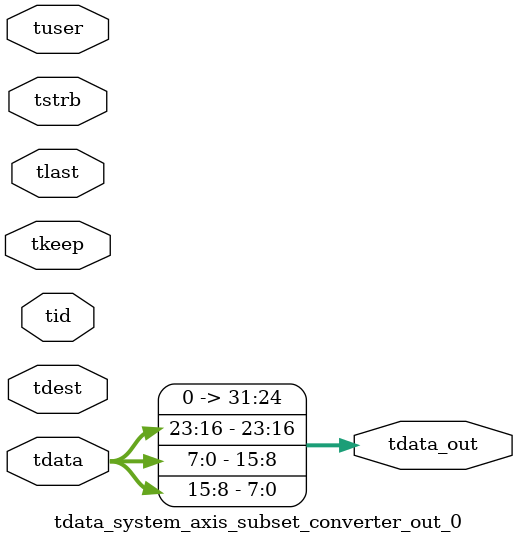
<source format=v>


`timescale 1ps/1ps

module tdata_system_axis_subset_converter_out_0 #
(
parameter C_S_AXIS_TDATA_WIDTH = 32,
parameter C_S_AXIS_TUSER_WIDTH = 0,
parameter C_S_AXIS_TID_WIDTH   = 0,
parameter C_S_AXIS_TDEST_WIDTH = 0,
parameter C_M_AXIS_TDATA_WIDTH = 32
)
(
input  [(C_S_AXIS_TDATA_WIDTH == 0 ? 1 : C_S_AXIS_TDATA_WIDTH)-1:0     ] tdata,
input  [(C_S_AXIS_TUSER_WIDTH == 0 ? 1 : C_S_AXIS_TUSER_WIDTH)-1:0     ] tuser,
input  [(C_S_AXIS_TID_WIDTH   == 0 ? 1 : C_S_AXIS_TID_WIDTH)-1:0       ] tid,
input  [(C_S_AXIS_TDEST_WIDTH == 0 ? 1 : C_S_AXIS_TDEST_WIDTH)-1:0     ] tdest,
input  [(C_S_AXIS_TDATA_WIDTH/8)-1:0 ] tkeep,
input  [(C_S_AXIS_TDATA_WIDTH/8)-1:0 ] tstrb,
input                                                                    tlast,
output [C_M_AXIS_TDATA_WIDTH-1:0] tdata_out
);

assign tdata_out = {tdata[23:16],tdata[7:0],tdata[15:8]};

endmodule


</source>
